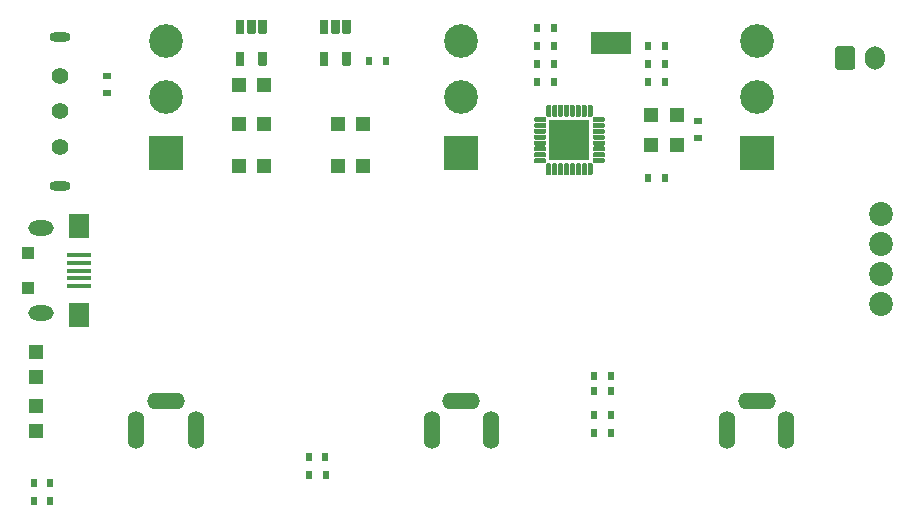
<source format=gbr>
%TF.GenerationSoftware,KiCad,Pcbnew,(5.1.9-0-10_14)*%
%TF.CreationDate,2021-02-15T23:58:24+01:00*%
%TF.ProjectId,ledTruck,6c656454-7275-4636-9b2e-6b696361645f,rev?*%
%TF.SameCoordinates,Original*%
%TF.FileFunction,Soldermask,Top*%
%TF.FilePolarity,Negative*%
%FSLAX46Y46*%
G04 Gerber Fmt 4.6, Leading zero omitted, Abs format (unit mm)*
G04 Created by KiCad (PCBNEW (5.1.9-0-10_14)) date 2021-02-15 23:58:24*
%MOMM*%
%LPD*%
G01*
G04 APERTURE LIST*
%ADD10R,2.150000X0.400000*%
%ADD11R,1.000000X1.000000*%
%ADD12O,2.150000X1.300000*%
%ADD13R,1.800000X2.000000*%
%ADD14R,1.200000X1.200000*%
%ADD15R,1.240000X1.290000*%
%ADD16R,3.450000X1.850000*%
%ADD17C,2.850000*%
%ADD18R,2.850000X2.850000*%
%ADD19R,0.600000X0.800000*%
%ADD20R,0.800000X0.600000*%
%ADD21C,2.020000*%
%ADD22O,1.700000X2.000000*%
%ADD23O,3.200000X1.400000*%
%ADD24O,1.400000X3.200000*%
%ADD25R,3.450000X3.450000*%
%ADD26C,0.400000*%
%ADD27C,1.400000*%
%ADD28O,1.800000X0.800000*%
G04 APERTURE END LIST*
D10*
%TO.C,J2*%
X112634000Y-97312000D03*
X112634000Y-96662000D03*
X112634000Y-96012000D03*
X112634000Y-95362000D03*
D11*
X108324000Y-97512000D03*
D12*
X109474000Y-99612000D03*
D13*
X112634000Y-99812000D03*
D12*
X109474000Y-92412000D03*
D13*
X112634000Y-92212000D03*
D10*
X112634000Y-94712000D03*
D11*
X108324000Y-94512000D03*
%TD*%
D14*
%TO.C,C9*%
X126204000Y-87122000D03*
X128304000Y-87122000D03*
%TD*%
%TO.C,C7*%
X134586000Y-83566000D03*
X136686000Y-83566000D03*
%TD*%
%TO.C,C4*%
X126204000Y-83566000D03*
X128304000Y-83566000D03*
%TD*%
%TO.C,C1*%
X134586000Y-87122000D03*
X136686000Y-87122000D03*
%TD*%
D15*
%TO.C,Y1*%
X161072000Y-82804000D03*
X163322000Y-82804000D03*
X161072000Y-85344000D03*
X163322000Y-85344000D03*
%TD*%
%TO.C,U2*%
G36*
G01*
X135686000Y-74833000D02*
X135686000Y-75883000D01*
G75*
G02*
X135616000Y-75953000I-70000J0D01*
G01*
X135016000Y-75953000D01*
G75*
G02*
X134946000Y-75883000I0J70000D01*
G01*
X134946000Y-74833000D01*
G75*
G02*
X135016000Y-74763000I70000J0D01*
G01*
X135616000Y-74763000D01*
G75*
G02*
X135686000Y-74833000I0J-70000D01*
G01*
G37*
G36*
G01*
X134736000Y-74833000D02*
X134736000Y-75883000D01*
G75*
G02*
X134666000Y-75953000I-70000J0D01*
G01*
X134066000Y-75953000D01*
G75*
G02*
X133996000Y-75883000I0J70000D01*
G01*
X133996000Y-74833000D01*
G75*
G02*
X134066000Y-74763000I70000J0D01*
G01*
X134666000Y-74763000D01*
G75*
G02*
X134736000Y-74833000I0J-70000D01*
G01*
G37*
G36*
G01*
X133786000Y-74833000D02*
X133786000Y-75883000D01*
G75*
G02*
X133716000Y-75953000I-70000J0D01*
G01*
X133116000Y-75953000D01*
G75*
G02*
X133046000Y-75883000I0J70000D01*
G01*
X133046000Y-74833000D01*
G75*
G02*
X133116000Y-74763000I70000J0D01*
G01*
X133716000Y-74763000D01*
G75*
G02*
X133786000Y-74833000I0J-70000D01*
G01*
G37*
G36*
G01*
X133786000Y-77533000D02*
X133786000Y-78583000D01*
G75*
G02*
X133716000Y-78653000I-70000J0D01*
G01*
X133116000Y-78653000D01*
G75*
G02*
X133046000Y-78583000I0J70000D01*
G01*
X133046000Y-77533000D01*
G75*
G02*
X133116000Y-77463000I70000J0D01*
G01*
X133716000Y-77463000D01*
G75*
G02*
X133786000Y-77533000I0J-70000D01*
G01*
G37*
G36*
G01*
X135686000Y-77533000D02*
X135686000Y-78583000D01*
G75*
G02*
X135616000Y-78653000I-70000J0D01*
G01*
X135016000Y-78653000D01*
G75*
G02*
X134946000Y-78583000I0J70000D01*
G01*
X134946000Y-77533000D01*
G75*
G02*
X135016000Y-77463000I70000J0D01*
G01*
X135616000Y-77463000D01*
G75*
G02*
X135686000Y-77533000I0J-70000D01*
G01*
G37*
%TD*%
D16*
%TO.C,TP1*%
X157734000Y-76708000D03*
%TD*%
D17*
%TO.C,SW3*%
X170034000Y-76612000D03*
X170034000Y-81312000D03*
D18*
X170034000Y-86012000D03*
%TD*%
D17*
%TO.C,SW2*%
X145034000Y-76612000D03*
X145034000Y-81312000D03*
D18*
X145034000Y-86012000D03*
%TD*%
D17*
%TO.C,SW1*%
X120034000Y-76612000D03*
X120034000Y-81312000D03*
D18*
X120034000Y-86012000D03*
%TD*%
D19*
%TO.C,R13*%
X160844000Y-78486000D03*
X162244000Y-78486000D03*
%TD*%
%TO.C,R12*%
X160844000Y-76962000D03*
X162244000Y-76962000D03*
%TD*%
%TO.C,R11*%
X108834000Y-114012000D03*
X110234000Y-114012000D03*
%TD*%
%TO.C,R10*%
X108834000Y-115512000D03*
X110234000Y-115512000D03*
%TD*%
%TO.C,R9*%
X151446000Y-80010000D03*
X152846000Y-80010000D03*
%TD*%
D20*
%TO.C,R8*%
X165100000Y-84774000D03*
X165100000Y-83374000D03*
%TD*%
D19*
%TO.C,R7*%
X137222000Y-78232000D03*
X138622000Y-78232000D03*
%TD*%
%TO.C,R6*%
X157672000Y-109728000D03*
X156272000Y-109728000D03*
%TD*%
%TO.C,R5*%
X156272000Y-106172000D03*
X157672000Y-106172000D03*
%TD*%
%TO.C,R4*%
X132142000Y-113284000D03*
X133542000Y-113284000D03*
%TD*%
%TO.C,R3*%
X157672000Y-108204000D03*
X156272000Y-108204000D03*
%TD*%
%TO.C,R2*%
X157672000Y-104902000D03*
X156272000Y-104902000D03*
%TD*%
%TO.C,R1*%
X132128000Y-111760000D03*
X133528000Y-111760000D03*
%TD*%
D14*
%TO.C,L1*%
X128338000Y-80264000D03*
X126238000Y-80264000D03*
%TD*%
D21*
%TO.C,J3*%
X180594000Y-91186000D03*
X180594000Y-93726000D03*
X180594000Y-96266000D03*
X180594000Y-98806000D03*
%TD*%
D22*
%TO.C,J1*%
X180034000Y-78012000D03*
G36*
G01*
X176684000Y-78762000D02*
X176684000Y-77262000D01*
G75*
G02*
X176934000Y-77012000I250000J0D01*
G01*
X178134000Y-77012000D01*
G75*
G02*
X178384000Y-77262000I0J-250000D01*
G01*
X178384000Y-78762000D01*
G75*
G02*
X178134000Y-79012000I-250000J0D01*
G01*
X176934000Y-79012000D01*
G75*
G02*
X176684000Y-78762000I0J250000D01*
G01*
G37*
%TD*%
D14*
%TO.C,D2*%
X109034000Y-107462000D03*
X109034000Y-109562000D03*
%TD*%
%TO.C,D1*%
X109034000Y-102912000D03*
X109034000Y-105012000D03*
%TD*%
D19*
%TO.C,C8*%
X152846000Y-78486000D03*
X151446000Y-78486000D03*
%TD*%
%TO.C,C6*%
X152846000Y-76962000D03*
X151446000Y-76962000D03*
%TD*%
%TO.C,C5*%
X152846000Y-75464000D03*
X151446000Y-75464000D03*
%TD*%
%TO.C,C3*%
X160844000Y-80010000D03*
X162244000Y-80010000D03*
%TD*%
%TO.C,C2*%
X160844000Y-88138000D03*
X162244000Y-88138000D03*
%TD*%
D23*
%TO.C,CON1*%
X120034000Y-107012000D03*
D24*
X117534000Y-109512000D03*
X122534000Y-109512000D03*
%TD*%
D23*
%TO.C,CON2*%
X145034000Y-107012000D03*
D24*
X142534000Y-109512000D03*
X147534000Y-109512000D03*
%TD*%
%TO.C,CON3*%
X172534000Y-109512000D03*
X167534000Y-109512000D03*
D23*
X170034000Y-107012000D03*
%TD*%
%TO.C,U1*%
G36*
G01*
X152580000Y-87932000D02*
X152300000Y-87932000D01*
G75*
G02*
X152230000Y-87862000I0J70000D01*
G01*
X152230000Y-87012000D01*
G75*
G02*
X152300000Y-86942000I70000J0D01*
G01*
X152580000Y-86942000D01*
G75*
G02*
X152650000Y-87012000I0J-70000D01*
G01*
X152650000Y-87862000D01*
G75*
G02*
X152580000Y-87932000I-70000J0D01*
G01*
G37*
G36*
G01*
X152140000Y-83422000D02*
X151290000Y-83422000D01*
G75*
G02*
X151220000Y-83352000I0J70000D01*
G01*
X151220000Y-83072000D01*
G75*
G02*
X151290000Y-83002000I70000J0D01*
G01*
X152140000Y-83002000D01*
G75*
G02*
X152210000Y-83072000I0J-70000D01*
G01*
X152210000Y-83352000D01*
G75*
G02*
X152140000Y-83422000I-70000J0D01*
G01*
G37*
G36*
G01*
X156080000Y-82982000D02*
X155800000Y-82982000D01*
G75*
G02*
X155730000Y-82912000I0J70000D01*
G01*
X155730000Y-82062000D01*
G75*
G02*
X155800000Y-81992000I70000J0D01*
G01*
X156080000Y-81992000D01*
G75*
G02*
X156150000Y-82062000I0J-70000D01*
G01*
X156150000Y-82912000D01*
G75*
G02*
X156080000Y-82982000I-70000J0D01*
G01*
G37*
D25*
X154190000Y-84962000D03*
D26*
X153190000Y-85962000D03*
X153190000Y-84962000D03*
X153190000Y-83962000D03*
X154190000Y-85962000D03*
X154190000Y-84962000D03*
X154190000Y-83962000D03*
X155190000Y-85962000D03*
X155190000Y-84962000D03*
X155190000Y-83962000D03*
G36*
G01*
X157090000Y-86922000D02*
X156240000Y-86922000D01*
G75*
G02*
X156170000Y-86852000I0J70000D01*
G01*
X156170000Y-86572000D01*
G75*
G02*
X156240000Y-86502000I70000J0D01*
G01*
X157090000Y-86502000D01*
G75*
G02*
X157160000Y-86572000I0J-70000D01*
G01*
X157160000Y-86852000D01*
G75*
G02*
X157090000Y-86922000I-70000J0D01*
G01*
G37*
G36*
G01*
X157090000Y-86422000D02*
X156240000Y-86422000D01*
G75*
G02*
X156170000Y-86352000I0J70000D01*
G01*
X156170000Y-86072000D01*
G75*
G02*
X156240000Y-86002000I70000J0D01*
G01*
X157090000Y-86002000D01*
G75*
G02*
X157160000Y-86072000I0J-70000D01*
G01*
X157160000Y-86352000D01*
G75*
G02*
X157090000Y-86422000I-70000J0D01*
G01*
G37*
G36*
G01*
X157090000Y-85922000D02*
X156240000Y-85922000D01*
G75*
G02*
X156170000Y-85852000I0J70000D01*
G01*
X156170000Y-85572000D01*
G75*
G02*
X156240000Y-85502000I70000J0D01*
G01*
X157090000Y-85502000D01*
G75*
G02*
X157160000Y-85572000I0J-70000D01*
G01*
X157160000Y-85852000D01*
G75*
G02*
X157090000Y-85922000I-70000J0D01*
G01*
G37*
G36*
G01*
X157090000Y-85422000D02*
X156240000Y-85422000D01*
G75*
G02*
X156170000Y-85352000I0J70000D01*
G01*
X156170000Y-85072000D01*
G75*
G02*
X156240000Y-85002000I70000J0D01*
G01*
X157090000Y-85002000D01*
G75*
G02*
X157160000Y-85072000I0J-70000D01*
G01*
X157160000Y-85352000D01*
G75*
G02*
X157090000Y-85422000I-70000J0D01*
G01*
G37*
G36*
G01*
X157090000Y-84922000D02*
X156240000Y-84922000D01*
G75*
G02*
X156170000Y-84852000I0J70000D01*
G01*
X156170000Y-84572000D01*
G75*
G02*
X156240000Y-84502000I70000J0D01*
G01*
X157090000Y-84502000D01*
G75*
G02*
X157160000Y-84572000I0J-70000D01*
G01*
X157160000Y-84852000D01*
G75*
G02*
X157090000Y-84922000I-70000J0D01*
G01*
G37*
G36*
G01*
X157090000Y-84422000D02*
X156240000Y-84422000D01*
G75*
G02*
X156170000Y-84352000I0J70000D01*
G01*
X156170000Y-84072000D01*
G75*
G02*
X156240000Y-84002000I70000J0D01*
G01*
X157090000Y-84002000D01*
G75*
G02*
X157160000Y-84072000I0J-70000D01*
G01*
X157160000Y-84352000D01*
G75*
G02*
X157090000Y-84422000I-70000J0D01*
G01*
G37*
G36*
G01*
X157090000Y-83922000D02*
X156240000Y-83922000D01*
G75*
G02*
X156170000Y-83852000I0J70000D01*
G01*
X156170000Y-83572000D01*
G75*
G02*
X156240000Y-83502000I70000J0D01*
G01*
X157090000Y-83502000D01*
G75*
G02*
X157160000Y-83572000I0J-70000D01*
G01*
X157160000Y-83852000D01*
G75*
G02*
X157090000Y-83922000I-70000J0D01*
G01*
G37*
G36*
G01*
X157090000Y-83422000D02*
X156240000Y-83422000D01*
G75*
G02*
X156170000Y-83352000I0J70000D01*
G01*
X156170000Y-83072000D01*
G75*
G02*
X156240000Y-83002000I70000J0D01*
G01*
X157090000Y-83002000D01*
G75*
G02*
X157160000Y-83072000I0J-70000D01*
G01*
X157160000Y-83352000D01*
G75*
G02*
X157090000Y-83422000I-70000J0D01*
G01*
G37*
G36*
G01*
X155580000Y-82982000D02*
X155300000Y-82982000D01*
G75*
G02*
X155230000Y-82912000I0J70000D01*
G01*
X155230000Y-82062000D01*
G75*
G02*
X155300000Y-81992000I70000J0D01*
G01*
X155580000Y-81992000D01*
G75*
G02*
X155650000Y-82062000I0J-70000D01*
G01*
X155650000Y-82912000D01*
G75*
G02*
X155580000Y-82982000I-70000J0D01*
G01*
G37*
G36*
G01*
X155080000Y-82982000D02*
X154800000Y-82982000D01*
G75*
G02*
X154730000Y-82912000I0J70000D01*
G01*
X154730000Y-82062000D01*
G75*
G02*
X154800000Y-81992000I70000J0D01*
G01*
X155080000Y-81992000D01*
G75*
G02*
X155150000Y-82062000I0J-70000D01*
G01*
X155150000Y-82912000D01*
G75*
G02*
X155080000Y-82982000I-70000J0D01*
G01*
G37*
G36*
G01*
X154580000Y-82982000D02*
X154300000Y-82982000D01*
G75*
G02*
X154230000Y-82912000I0J70000D01*
G01*
X154230000Y-82062000D01*
G75*
G02*
X154300000Y-81992000I70000J0D01*
G01*
X154580000Y-81992000D01*
G75*
G02*
X154650000Y-82062000I0J-70000D01*
G01*
X154650000Y-82912000D01*
G75*
G02*
X154580000Y-82982000I-70000J0D01*
G01*
G37*
G36*
G01*
X154080000Y-82982000D02*
X153800000Y-82982000D01*
G75*
G02*
X153730000Y-82912000I0J70000D01*
G01*
X153730000Y-82062000D01*
G75*
G02*
X153800000Y-81992000I70000J0D01*
G01*
X154080000Y-81992000D01*
G75*
G02*
X154150000Y-82062000I0J-70000D01*
G01*
X154150000Y-82912000D01*
G75*
G02*
X154080000Y-82982000I-70000J0D01*
G01*
G37*
G36*
G01*
X153580000Y-82982000D02*
X153300000Y-82982000D01*
G75*
G02*
X153230000Y-82912000I0J70000D01*
G01*
X153230000Y-82062000D01*
G75*
G02*
X153300000Y-81992000I70000J0D01*
G01*
X153580000Y-81992000D01*
G75*
G02*
X153650000Y-82062000I0J-70000D01*
G01*
X153650000Y-82912000D01*
G75*
G02*
X153580000Y-82982000I-70000J0D01*
G01*
G37*
G36*
G01*
X153080000Y-82982000D02*
X152800000Y-82982000D01*
G75*
G02*
X152730000Y-82912000I0J70000D01*
G01*
X152730000Y-82062000D01*
G75*
G02*
X152800000Y-81992000I70000J0D01*
G01*
X153080000Y-81992000D01*
G75*
G02*
X153150000Y-82062000I0J-70000D01*
G01*
X153150000Y-82912000D01*
G75*
G02*
X153080000Y-82982000I-70000J0D01*
G01*
G37*
G36*
G01*
X152580000Y-82982000D02*
X152300000Y-82982000D01*
G75*
G02*
X152230000Y-82912000I0J70000D01*
G01*
X152230000Y-82062000D01*
G75*
G02*
X152300000Y-81992000I70000J0D01*
G01*
X152580000Y-81992000D01*
G75*
G02*
X152650000Y-82062000I0J-70000D01*
G01*
X152650000Y-82912000D01*
G75*
G02*
X152580000Y-82982000I-70000J0D01*
G01*
G37*
G36*
G01*
X152140000Y-83922000D02*
X151290000Y-83922000D01*
G75*
G02*
X151220000Y-83852000I0J70000D01*
G01*
X151220000Y-83572000D01*
G75*
G02*
X151290000Y-83502000I70000J0D01*
G01*
X152140000Y-83502000D01*
G75*
G02*
X152210000Y-83572000I0J-70000D01*
G01*
X152210000Y-83852000D01*
G75*
G02*
X152140000Y-83922000I-70000J0D01*
G01*
G37*
G36*
G01*
X152140000Y-84422000D02*
X151290000Y-84422000D01*
G75*
G02*
X151220000Y-84352000I0J70000D01*
G01*
X151220000Y-84072000D01*
G75*
G02*
X151290000Y-84002000I70000J0D01*
G01*
X152140000Y-84002000D01*
G75*
G02*
X152210000Y-84072000I0J-70000D01*
G01*
X152210000Y-84352000D01*
G75*
G02*
X152140000Y-84422000I-70000J0D01*
G01*
G37*
G36*
G01*
X152140000Y-84922000D02*
X151290000Y-84922000D01*
G75*
G02*
X151220000Y-84852000I0J70000D01*
G01*
X151220000Y-84572000D01*
G75*
G02*
X151290000Y-84502000I70000J0D01*
G01*
X152140000Y-84502000D01*
G75*
G02*
X152210000Y-84572000I0J-70000D01*
G01*
X152210000Y-84852000D01*
G75*
G02*
X152140000Y-84922000I-70000J0D01*
G01*
G37*
G36*
G01*
X152140000Y-85422000D02*
X151290000Y-85422000D01*
G75*
G02*
X151220000Y-85352000I0J70000D01*
G01*
X151220000Y-85072000D01*
G75*
G02*
X151290000Y-85002000I70000J0D01*
G01*
X152140000Y-85002000D01*
G75*
G02*
X152210000Y-85072000I0J-70000D01*
G01*
X152210000Y-85352000D01*
G75*
G02*
X152140000Y-85422000I-70000J0D01*
G01*
G37*
G36*
G01*
X152140000Y-85922000D02*
X151290000Y-85922000D01*
G75*
G02*
X151220000Y-85852000I0J70000D01*
G01*
X151220000Y-85572000D01*
G75*
G02*
X151290000Y-85502000I70000J0D01*
G01*
X152140000Y-85502000D01*
G75*
G02*
X152210000Y-85572000I0J-70000D01*
G01*
X152210000Y-85852000D01*
G75*
G02*
X152140000Y-85922000I-70000J0D01*
G01*
G37*
G36*
G01*
X152140000Y-86422000D02*
X151290000Y-86422000D01*
G75*
G02*
X151220000Y-86352000I0J70000D01*
G01*
X151220000Y-86072000D01*
G75*
G02*
X151290000Y-86002000I70000J0D01*
G01*
X152140000Y-86002000D01*
G75*
G02*
X152210000Y-86072000I0J-70000D01*
G01*
X152210000Y-86352000D01*
G75*
G02*
X152140000Y-86422000I-70000J0D01*
G01*
G37*
G36*
G01*
X152140000Y-86922000D02*
X151290000Y-86922000D01*
G75*
G02*
X151220000Y-86852000I0J70000D01*
G01*
X151220000Y-86572000D01*
G75*
G02*
X151290000Y-86502000I70000J0D01*
G01*
X152140000Y-86502000D01*
G75*
G02*
X152210000Y-86572000I0J-70000D01*
G01*
X152210000Y-86852000D01*
G75*
G02*
X152140000Y-86922000I-70000J0D01*
G01*
G37*
G36*
G01*
X153080000Y-87932000D02*
X152800000Y-87932000D01*
G75*
G02*
X152730000Y-87862000I0J70000D01*
G01*
X152730000Y-87012000D01*
G75*
G02*
X152800000Y-86942000I70000J0D01*
G01*
X153080000Y-86942000D01*
G75*
G02*
X153150000Y-87012000I0J-70000D01*
G01*
X153150000Y-87862000D01*
G75*
G02*
X153080000Y-87932000I-70000J0D01*
G01*
G37*
G36*
G01*
X153580000Y-87932000D02*
X153300000Y-87932000D01*
G75*
G02*
X153230000Y-87862000I0J70000D01*
G01*
X153230000Y-87012000D01*
G75*
G02*
X153300000Y-86942000I70000J0D01*
G01*
X153580000Y-86942000D01*
G75*
G02*
X153650000Y-87012000I0J-70000D01*
G01*
X153650000Y-87862000D01*
G75*
G02*
X153580000Y-87932000I-70000J0D01*
G01*
G37*
G36*
G01*
X154080000Y-87932000D02*
X153800000Y-87932000D01*
G75*
G02*
X153730000Y-87862000I0J70000D01*
G01*
X153730000Y-87012000D01*
G75*
G02*
X153800000Y-86942000I70000J0D01*
G01*
X154080000Y-86942000D01*
G75*
G02*
X154150000Y-87012000I0J-70000D01*
G01*
X154150000Y-87862000D01*
G75*
G02*
X154080000Y-87932000I-70000J0D01*
G01*
G37*
G36*
G01*
X154580000Y-87932000D02*
X154300000Y-87932000D01*
G75*
G02*
X154230000Y-87862000I0J70000D01*
G01*
X154230000Y-87012000D01*
G75*
G02*
X154300000Y-86942000I70000J0D01*
G01*
X154580000Y-86942000D01*
G75*
G02*
X154650000Y-87012000I0J-70000D01*
G01*
X154650000Y-87862000D01*
G75*
G02*
X154580000Y-87932000I-70000J0D01*
G01*
G37*
G36*
G01*
X155080000Y-87932000D02*
X154800000Y-87932000D01*
G75*
G02*
X154730000Y-87862000I0J70000D01*
G01*
X154730000Y-87012000D01*
G75*
G02*
X154800000Y-86942000I70000J0D01*
G01*
X155080000Y-86942000D01*
G75*
G02*
X155150000Y-87012000I0J-70000D01*
G01*
X155150000Y-87862000D01*
G75*
G02*
X155080000Y-87932000I-70000J0D01*
G01*
G37*
G36*
G01*
X155580000Y-87932000D02*
X155300000Y-87932000D01*
G75*
G02*
X155230000Y-87862000I0J70000D01*
G01*
X155230000Y-87012000D01*
G75*
G02*
X155300000Y-86942000I70000J0D01*
G01*
X155580000Y-86942000D01*
G75*
G02*
X155650000Y-87012000I0J-70000D01*
G01*
X155650000Y-87862000D01*
G75*
G02*
X155580000Y-87932000I-70000J0D01*
G01*
G37*
G36*
G01*
X156080000Y-87932000D02*
X155800000Y-87932000D01*
G75*
G02*
X155730000Y-87862000I0J70000D01*
G01*
X155730000Y-87012000D01*
G75*
G02*
X155800000Y-86942000I70000J0D01*
G01*
X156080000Y-86942000D01*
G75*
G02*
X156150000Y-87012000I0J-70000D01*
G01*
X156150000Y-87862000D01*
G75*
G02*
X156080000Y-87932000I-70000J0D01*
G01*
G37*
%TD*%
D27*
%TO.C,S1*%
X111034000Y-79512000D03*
X111034000Y-82512000D03*
X111034000Y-85512000D03*
D28*
X111034000Y-76212000D03*
X111034000Y-88812000D03*
%TD*%
D20*
%TO.C,R14*%
X115062000Y-80964000D03*
X115062000Y-79564000D03*
%TD*%
%TO.C,U3*%
G36*
G01*
X128574000Y-77533000D02*
X128574000Y-78583000D01*
G75*
G02*
X128504000Y-78653000I-70000J0D01*
G01*
X127904000Y-78653000D01*
G75*
G02*
X127834000Y-78583000I0J70000D01*
G01*
X127834000Y-77533000D01*
G75*
G02*
X127904000Y-77463000I70000J0D01*
G01*
X128504000Y-77463000D01*
G75*
G02*
X128574000Y-77533000I0J-70000D01*
G01*
G37*
G36*
G01*
X126674000Y-77533000D02*
X126674000Y-78583000D01*
G75*
G02*
X126604000Y-78653000I-70000J0D01*
G01*
X126004000Y-78653000D01*
G75*
G02*
X125934000Y-78583000I0J70000D01*
G01*
X125934000Y-77533000D01*
G75*
G02*
X126004000Y-77463000I70000J0D01*
G01*
X126604000Y-77463000D01*
G75*
G02*
X126674000Y-77533000I0J-70000D01*
G01*
G37*
G36*
G01*
X126674000Y-74833000D02*
X126674000Y-75883000D01*
G75*
G02*
X126604000Y-75953000I-70000J0D01*
G01*
X126004000Y-75953000D01*
G75*
G02*
X125934000Y-75883000I0J70000D01*
G01*
X125934000Y-74833000D01*
G75*
G02*
X126004000Y-74763000I70000J0D01*
G01*
X126604000Y-74763000D01*
G75*
G02*
X126674000Y-74833000I0J-70000D01*
G01*
G37*
G36*
G01*
X127624000Y-74833000D02*
X127624000Y-75883000D01*
G75*
G02*
X127554000Y-75953000I-70000J0D01*
G01*
X126954000Y-75953000D01*
G75*
G02*
X126884000Y-75883000I0J70000D01*
G01*
X126884000Y-74833000D01*
G75*
G02*
X126954000Y-74763000I70000J0D01*
G01*
X127554000Y-74763000D01*
G75*
G02*
X127624000Y-74833000I0J-70000D01*
G01*
G37*
G36*
G01*
X128574000Y-74833000D02*
X128574000Y-75883000D01*
G75*
G02*
X128504000Y-75953000I-70000J0D01*
G01*
X127904000Y-75953000D01*
G75*
G02*
X127834000Y-75883000I0J70000D01*
G01*
X127834000Y-74833000D01*
G75*
G02*
X127904000Y-74763000I70000J0D01*
G01*
X128504000Y-74763000D01*
G75*
G02*
X128574000Y-74833000I0J-70000D01*
G01*
G37*
%TD*%
M02*

</source>
